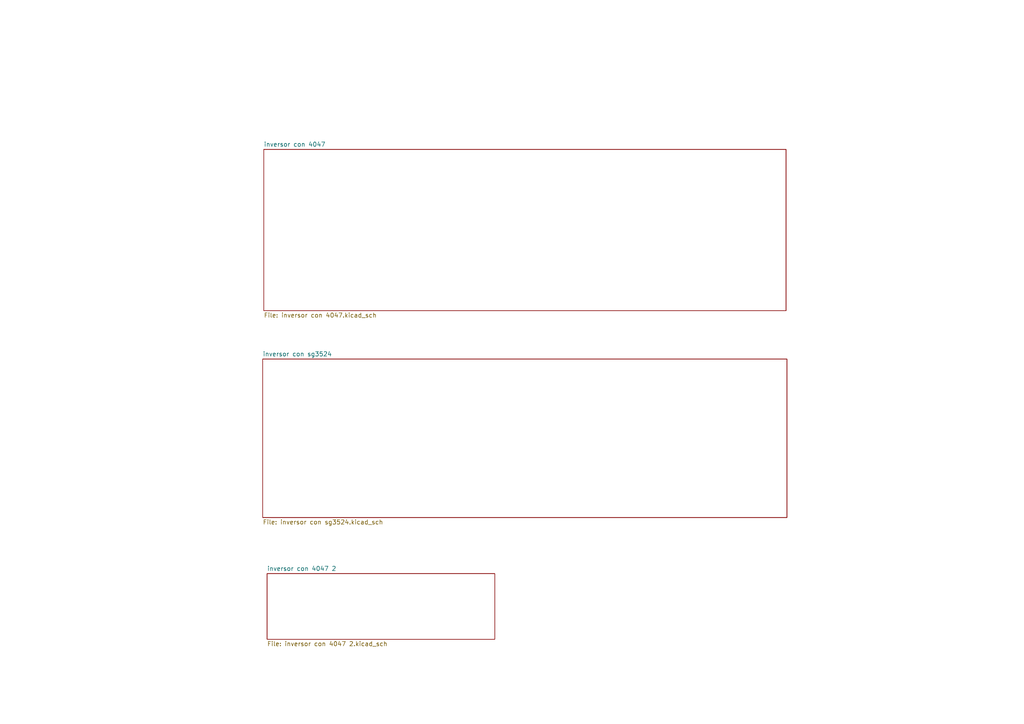
<source format=kicad_sch>
(kicad_sch (version 20230121) (generator eeschema)
  (paper "A4")
  (lib_symbols)
  (sheet (at 76.2 104.14) (size 152.0444 45.974) (stroke (width 0.1524))
    (property "Sheetname" "inversor con sg3524" (at 76.2 103.4284 0) (effects (justify left bottom)))
    (property "Sheetfile" "inversor con sg3524.kicad_sch" (at 76.2 150.6986 0) (effects (justify left top)))
  )
  (sheet (at 76.5048 43.3324) (size 151.4856 46.7868) (stroke (width 0.1524))
    (property "Sheetname" "inversor con 4047" (at 76.5048 42.6208 0) (effects (justify left bottom)))
    (property "Sheetfile" "inversor con 4047.kicad_sch" (at 76.5048 90.7038 0) (effects (justify left top)))
  )
  (sheet (at 77.47 166.37) (size 66.04 19.05) (stroke (width 0.1524))
    (property "Sheetname" "inversor con 4047 2" (at 77.47 165.6584 0) (effects (justify left bottom)))
    (property "Sheetfile" "inversor con 4047 2.kicad_sch" (at 77.47 186.0046 0) (effects (justify left top)))
  )
)
</source>
